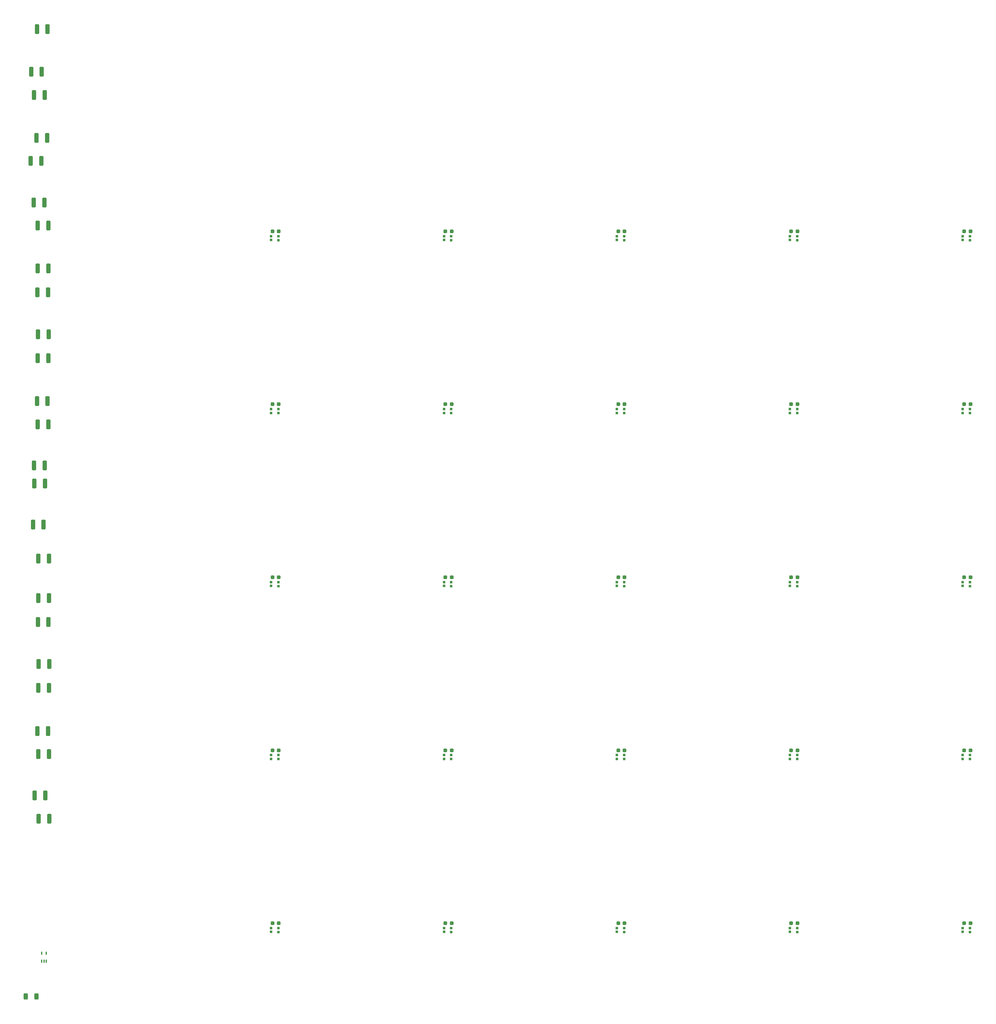
<source format=gbr>
%TF.GenerationSoftware,KiCad,Pcbnew,(6.0.8-1)-1*%
%TF.CreationDate,2024-05-09T21:57:39-04:00*%
%TF.ProjectId,Untitled,556e7469-746c-4656-942e-6b696361645f,rev?*%
%TF.SameCoordinates,Original*%
%TF.FileFunction,Paste,Top*%
%TF.FilePolarity,Positive*%
%FSLAX46Y46*%
G04 Gerber Fmt 4.6, Leading zero omitted, Abs format (unit mm)*
G04 Created by KiCad (PCBNEW (6.0.8-1)-1) date 2024-05-09 21:57:39*
%MOMM*%
%LPD*%
G01*
G04 APERTURE LIST*
G04 Aperture macros list*
%AMRoundRect*
0 Rectangle with rounded corners*
0 $1 Rounding radius*
0 $2 $3 $4 $5 $6 $7 $8 $9 X,Y pos of 4 corners*
0 Add a 4 corners polygon primitive as box body*
4,1,4,$2,$3,$4,$5,$6,$7,$8,$9,$2,$3,0*
0 Add four circle primitives for the rounded corners*
1,1,$1+$1,$2,$3*
1,1,$1+$1,$4,$5*
1,1,$1+$1,$6,$7*
1,1,$1+$1,$8,$9*
0 Add four rect primitives between the rounded corners*
20,1,$1+$1,$2,$3,$4,$5,0*
20,1,$1+$1,$4,$5,$6,$7,0*
20,1,$1+$1,$6,$7,$8,$9,0*
20,1,$1+$1,$8,$9,$2,$3,0*%
G04 Aperture macros list end*
%ADD10RoundRect,0.237500X-0.287500X-0.237500X0.287500X-0.237500X0.287500X0.237500X-0.287500X0.237500X0*%
%ADD11R,0.700000X0.700000*%
%ADD12RoundRect,0.250000X-0.325000X-1.100000X0.325000X-1.100000X0.325000X1.100000X-0.325000X1.100000X0*%
%ADD13RoundRect,0.087500X-0.087500X-0.337500X0.087500X-0.337500X0.087500X0.337500X-0.087500X0.337500X0*%
%ADD14RoundRect,0.250000X-0.312500X-0.625000X0.312500X-0.625000X0.312500X0.625000X-0.312500X0.625000X0*%
G04 APERTURE END LIST*
D10*
%TO.C,REF\u002A\u002A21*%
X177545000Y-283175000D03*
D11*
X179172500Y-284510000D03*
X177147500Y-284510000D03*
D10*
X179295000Y-283175000D03*
D11*
X177147500Y-285560000D03*
X179172500Y-285610000D03*
%TD*%
D12*
%TO.C,10 nF*%
X64975000Y-218150000D03*
X67925000Y-218150000D03*
%TD*%
%TO.C,10 nF*%
X63525000Y-173000000D03*
X66475000Y-173000000D03*
%TD*%
D10*
%TO.C,REF\u002A\u002A20*%
X129745000Y-283175000D03*
D11*
X131372500Y-284510000D03*
X129347500Y-284510000D03*
D10*
X131495000Y-283175000D03*
D11*
X129347500Y-285560000D03*
X131372500Y-285610000D03*
%TD*%
D12*
%TO.C,10 nF*%
X64825000Y-102200000D03*
X67775000Y-102200000D03*
%TD*%
%TO.C,10 nF*%
X64825000Y-127000000D03*
X67775000Y-127000000D03*
%TD*%
D11*
%TO.C,REF\u002A\u002A5*%
X131372500Y-141110000D03*
D10*
X129745000Y-139775000D03*
D11*
X129347500Y-141110000D03*
D10*
X131495000Y-139775000D03*
D11*
X129347500Y-142160000D03*
X131372500Y-142210000D03*
%TD*%
D10*
%TO.C,REF\u002A\u002A3*%
X273145000Y-91975000D03*
D11*
X274772500Y-93310000D03*
D10*
X274895000Y-91975000D03*
D11*
X272747500Y-93310000D03*
X272747500Y-94360000D03*
X274772500Y-94410000D03*
%TD*%
D12*
%TO.C,10 nF*%
X64975000Y-193350000D03*
X67925000Y-193350000D03*
%TD*%
D10*
%TO.C,REF\u002A\u002A4*%
X320945000Y-91975000D03*
D11*
X322572500Y-93310000D03*
D10*
X322695000Y-91975000D03*
D11*
X320547500Y-93310000D03*
X320547500Y-94360000D03*
X322572500Y-94410000D03*
%TD*%
D12*
%TO.C,10 nF*%
X64875000Y-199950000D03*
X67825000Y-199950000D03*
%TD*%
D11*
%TO.C,REF\u002A\u002A2*%
X226972500Y-93310000D03*
D10*
X225345000Y-91975000D03*
D11*
X224947500Y-93310000D03*
D10*
X227095000Y-91975000D03*
D11*
X224947500Y-94360000D03*
X226972500Y-94410000D03*
%TD*%
D10*
%TO.C,REF\u002A\u002A19*%
X320945000Y-235375000D03*
D11*
X322572500Y-236710000D03*
D10*
X322695000Y-235375000D03*
D11*
X320547500Y-236710000D03*
X320547500Y-237760000D03*
X322572500Y-237810000D03*
%TD*%
D12*
%TO.C,10 nF*%
X65075000Y-211550000D03*
X68025000Y-211550000D03*
%TD*%
%TO.C,10 nF*%
X64625000Y-36100000D03*
X67575000Y-36100000D03*
%TD*%
D11*
%TO.C,REF\u002A\u002A7*%
X226972500Y-141110000D03*
D10*
X225345000Y-139775000D03*
D11*
X224947500Y-141110000D03*
D10*
X227095000Y-139775000D03*
D11*
X224947500Y-142160000D03*
X226972500Y-142210000D03*
%TD*%
%TO.C,REF\u002A\u002A8*%
X274772500Y-141110000D03*
D10*
X273145000Y-139775000D03*
X274895000Y-139775000D03*
D11*
X272747500Y-141110000D03*
X272747500Y-142160000D03*
X274772500Y-142210000D03*
%TD*%
D10*
%TO.C,REF\u002A\u002A14*%
X320945000Y-187575000D03*
D11*
X322572500Y-188910000D03*
X320547500Y-188910000D03*
D10*
X322695000Y-187575000D03*
D11*
X320547500Y-189960000D03*
X322572500Y-190010000D03*
%TD*%
%TO.C,REF\u002A\u002A23*%
X274772500Y-284510000D03*
D10*
X273145000Y-283175000D03*
D11*
X272747500Y-284510000D03*
D10*
X274895000Y-283175000D03*
D11*
X272747500Y-285560000D03*
X274772500Y-285610000D03*
%TD*%
%TO.C,REF\u002A\u002A24*%
X322572500Y-284510000D03*
D10*
X320945000Y-283175000D03*
D11*
X320547500Y-284510000D03*
D10*
X322695000Y-283175000D03*
D11*
X320547500Y-285560000D03*
X322572500Y-285610000D03*
%TD*%
%TO.C,REF\u002A\u002A16*%
X179172500Y-236710000D03*
D10*
X177545000Y-235375000D03*
X179295000Y-235375000D03*
D11*
X177147500Y-236710000D03*
X177147500Y-237760000D03*
X179172500Y-237810000D03*
%TD*%
D13*
%TO.C,*%
X67237500Y-293687500D03*
%TD*%
D12*
%TO.C,10 nF*%
X65025000Y-182400000D03*
X67975000Y-182400000D03*
%TD*%
%TO.C,10 nF*%
X64975000Y-236450000D03*
X67925000Y-236450000D03*
%TD*%
%TO.C,10 nF*%
X64525000Y-66200000D03*
X67475000Y-66200000D03*
%TD*%
D11*
%TO.C,REF\u002A\u002A10*%
X131372500Y-188910000D03*
D10*
X129745000Y-187575000D03*
X131495000Y-187575000D03*
D11*
X129347500Y-188910000D03*
X129347500Y-189960000D03*
X131372500Y-190010000D03*
%TD*%
D12*
%TO.C,10 nF*%
X64825000Y-90400000D03*
X67775000Y-90400000D03*
%TD*%
D11*
%TO.C,REF\u002A\u002A6*%
X179172500Y-141110000D03*
D10*
X177545000Y-139775000D03*
X179295000Y-139775000D03*
D11*
X177147500Y-141110000D03*
X177147500Y-142160000D03*
X179172500Y-142210000D03*
%TD*%
%TO.C,REF\u002A\u002A17*%
X226972500Y-236710000D03*
D10*
X225345000Y-235375000D03*
D11*
X224947500Y-236710000D03*
D10*
X227095000Y-235375000D03*
D11*
X224947500Y-237760000D03*
X226972500Y-237810000D03*
%TD*%
D12*
%TO.C,10 nF*%
X63825000Y-156700000D03*
X66775000Y-156700000D03*
%TD*%
%TO.C,10 nF*%
X63025000Y-47900000D03*
X65975000Y-47900000D03*
%TD*%
%TO.C,10 nF*%
X62925000Y-72500000D03*
X65875000Y-72500000D03*
%TD*%
%TO.C,10 nF*%
X64625000Y-138900000D03*
X67575000Y-138900000D03*
%TD*%
%TO.C,10 nF*%
X63825000Y-54300000D03*
X66775000Y-54300000D03*
%TD*%
%TO.C,10 nF*%
X63725000Y-84000000D03*
X66675000Y-84000000D03*
%TD*%
D10*
%TO.C,REF\u002A\u002A12*%
X225345000Y-187575000D03*
D11*
X226972500Y-188910000D03*
D10*
X227095000Y-187575000D03*
D11*
X224947500Y-188910000D03*
X224947500Y-189960000D03*
X226972500Y-190010000D03*
%TD*%
D10*
%TO.C,REF\u002A\u002A22*%
X225345000Y-283175000D03*
D11*
X226972500Y-284510000D03*
X224947500Y-284510000D03*
D10*
X227095000Y-283175000D03*
D11*
X224947500Y-285560000D03*
X226972500Y-285610000D03*
%TD*%
D12*
%TO.C,10 nF*%
X64775000Y-230050000D03*
X67725000Y-230050000D03*
%TD*%
D11*
%TO.C,REF\u002A\u002A15*%
X131372500Y-236710000D03*
D10*
X129745000Y-235375000D03*
D11*
X129347500Y-236710000D03*
D10*
X131495000Y-235375000D03*
D11*
X129347500Y-237760000D03*
X131372500Y-237810000D03*
%TD*%
D12*
%TO.C,10 nF*%
X64925000Y-120400000D03*
X67875000Y-120400000D03*
%TD*%
D13*
%TO.C,Temp1*%
X65937500Y-293687500D03*
X66587500Y-293687500D03*
X67237500Y-293687500D03*
X67237500Y-291487500D03*
X65937500Y-291487500D03*
%TD*%
D12*
%TO.C,10 nF*%
X65075000Y-254250000D03*
X68025000Y-254250000D03*
%TD*%
D14*
%TO.C,50 \u03A9*%
X61537500Y-303400000D03*
X64462500Y-303400000D03*
%TD*%
D10*
%TO.C,REF\u002A\u002A9*%
X320945000Y-139775000D03*
D11*
X322572500Y-141110000D03*
X320547500Y-141110000D03*
D10*
X322695000Y-139775000D03*
D11*
X320547500Y-142160000D03*
X322572500Y-142210000D03*
%TD*%
%TO.C,REF\u002A\u002A13*%
X274772500Y-188910000D03*
D10*
X273145000Y-187575000D03*
D11*
X272747500Y-188910000D03*
D10*
X274895000Y-187575000D03*
D11*
X272747500Y-189960000D03*
X274772500Y-190010000D03*
%TD*%
D12*
%TO.C,10 nF*%
X63975000Y-247850000D03*
X66925000Y-247850000D03*
%TD*%
D11*
%TO.C,REF\u002A\u002A1*%
X179172500Y-93310000D03*
D10*
X177545000Y-91975000D03*
X179295000Y-91975000D03*
D11*
X177147500Y-93310000D03*
X177147500Y-94360000D03*
X179172500Y-94410000D03*
%TD*%
D12*
%TO.C,10 nF*%
X64825000Y-145300000D03*
X67775000Y-145300000D03*
%TD*%
D10*
%TO.C,REF\u002A\u002A18*%
X273145000Y-235375000D03*
D11*
X274772500Y-236710000D03*
X272747500Y-236710000D03*
D10*
X274895000Y-235375000D03*
D11*
X272747500Y-237760000D03*
X274772500Y-237810000D03*
%TD*%
D12*
%TO.C,10 nF*%
X64725000Y-108800000D03*
X67675000Y-108800000D03*
%TD*%
D10*
%TO.C,REF\u002A\u002A*%
X129745000Y-91975000D03*
D11*
X131372500Y-93310000D03*
X129347500Y-93310000D03*
D10*
X131495000Y-91975000D03*
D11*
X129347500Y-94360000D03*
X131372500Y-94410000D03*
%TD*%
D12*
%TO.C,10 nF*%
X63925000Y-161700000D03*
X66875000Y-161700000D03*
%TD*%
D11*
%TO.C,REF\u002A\u002A11*%
X179172500Y-188910000D03*
D10*
X177545000Y-187575000D03*
X179295000Y-187575000D03*
D11*
X177147500Y-188910000D03*
X177147500Y-189960000D03*
X179172500Y-190010000D03*
%TD*%
M02*

</source>
